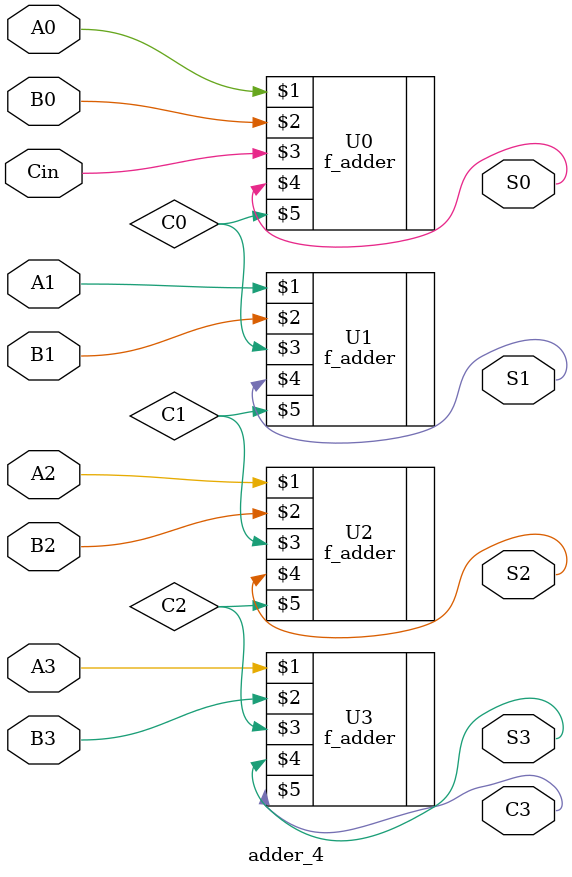
<source format=v>
module adder_4(A0, A1, A2, A3, B0, B1, B2, B3, Cin, C3, S0, S1, S2, S3);
	input A0, A1, A2, A3, B0, B1, B2, B3, Cin;
	output C3, S0, S1, S2, S3;
	wire C0, C1, C2;
	
	f_adder U0(A0, B0, Cin, S0, C0);
	f_adder U1(A1, B1, C0, S1, C1);
	f_adder U2(A2, B2, C1, S2, C2);
	f_adder U3(A3, B3, C2, S3, C3);
endmodule
</source>
